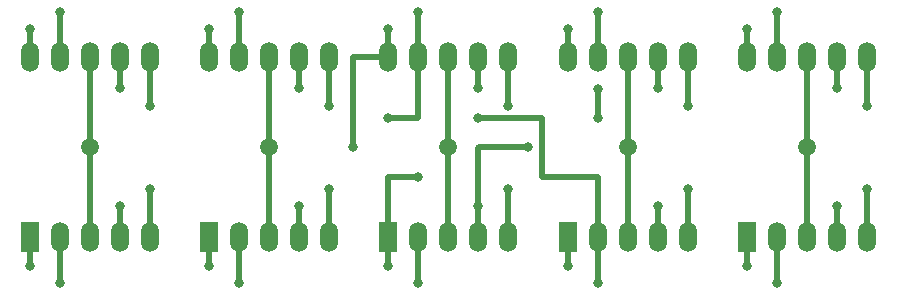
<source format=gtl>
G04 #@! TF.GenerationSoftware,KiCad,Pcbnew,(6.0.10)*
G04 #@! TF.CreationDate,2023-02-05T00:57:15+01:00*
G04 #@! TF.ProjectId,Display-Modul,44697370-6c61-4792-9d4d-6f64756c2e6b,rev?*
G04 #@! TF.SameCoordinates,Original*
G04 #@! TF.FileFunction,Copper,L1,Top*
G04 #@! TF.FilePolarity,Positive*
%FSLAX46Y46*%
G04 Gerber Fmt 4.6, Leading zero omitted, Abs format (unit mm)*
G04 Created by KiCad (PCBNEW (6.0.10)) date 2023-02-05 00:57:15*
%MOMM*%
%LPD*%
G01*
G04 APERTURE LIST*
G04 #@! TA.AperFunction,ComponentPad*
%ADD10R,1.524000X2.524000*%
G04 #@! TD*
G04 #@! TA.AperFunction,ComponentPad*
%ADD11O,1.524000X2.524000*%
G04 #@! TD*
G04 #@! TA.AperFunction,ViaPad*
%ADD12C,0.800000*%
G04 #@! TD*
G04 #@! TA.AperFunction,ViaPad*
%ADD13C,1.500000*%
G04 #@! TD*
G04 #@! TA.AperFunction,Conductor*
%ADD14C,0.500000*%
G04 #@! TD*
G04 APERTURE END LIST*
D10*
X93990000Y-50120000D03*
D11*
X96530000Y-50120000D03*
X99070000Y-50120000D03*
X101610000Y-50120000D03*
X104150000Y-50120000D03*
X104150000Y-34880000D03*
X101610000Y-34880000D03*
X99070000Y-34880000D03*
X96530000Y-34880000D03*
X93990000Y-34880000D03*
D10*
X48510000Y-50120000D03*
D11*
X51050000Y-50120000D03*
X53590000Y-50120000D03*
X56130000Y-50120000D03*
X58670000Y-50120000D03*
X58670000Y-34880000D03*
X56130000Y-34880000D03*
X53590000Y-34880000D03*
X51050000Y-34880000D03*
X48510000Y-34880000D03*
D10*
X63670000Y-50120000D03*
D11*
X66210000Y-50120000D03*
X68750000Y-50120000D03*
X71290000Y-50120000D03*
X73830000Y-50120000D03*
X73830000Y-34880000D03*
X71290000Y-34880000D03*
X68750000Y-34880000D03*
X66210000Y-34880000D03*
X63670000Y-34880000D03*
D10*
X33350000Y-50120000D03*
D11*
X35890000Y-50120000D03*
X38430000Y-50120000D03*
X40970000Y-50120000D03*
X43510000Y-50120000D03*
X43510000Y-34880000D03*
X40970000Y-34880000D03*
X38430000Y-34880000D03*
X35890000Y-34880000D03*
X33350000Y-34880000D03*
D10*
X78830000Y-50120000D03*
D11*
X81370000Y-50120000D03*
X83910000Y-50120000D03*
X86450000Y-50120000D03*
X88990000Y-50120000D03*
X88990000Y-34880000D03*
X86450000Y-34880000D03*
X83910000Y-34880000D03*
X81370000Y-34880000D03*
X78830000Y-34880000D03*
D12*
X78830000Y-52500000D03*
X33350000Y-52500000D03*
X63670000Y-52500000D03*
X48510000Y-52500000D03*
X66210000Y-45000000D03*
X93990000Y-52500000D03*
X35890000Y-54000000D03*
X66210000Y-54000000D03*
X71290000Y-40000000D03*
X51050000Y-54000000D03*
X96530000Y-54000000D03*
X81370000Y-54000000D03*
D13*
X38430000Y-42500000D03*
D12*
X86450000Y-47500000D03*
X75500000Y-42500000D03*
X101610000Y-47500000D03*
X56130000Y-47500000D03*
X40970000Y-47500000D03*
X71290000Y-47500000D03*
X43510000Y-46000000D03*
X58670000Y-46000000D03*
X104150000Y-46000000D03*
X88990000Y-46000000D03*
X73830000Y-46000000D03*
X88990000Y-39000000D03*
X104150000Y-39000000D03*
X43510000Y-39000000D03*
X73830000Y-39000000D03*
X58670000Y-39000000D03*
X40970000Y-37500000D03*
X56130000Y-37500000D03*
X71290000Y-37500000D03*
X81370000Y-40000000D03*
X101610000Y-37500000D03*
X81370000Y-37530000D03*
X86450000Y-37500000D03*
X63670000Y-40000000D03*
X96530000Y-31000000D03*
X35890000Y-31000000D03*
X66210000Y-31000000D03*
X51050000Y-31000000D03*
X81370000Y-31000000D03*
X78830000Y-32500000D03*
X48510000Y-32500000D03*
X33350000Y-32500000D03*
X63670000Y-32500000D03*
X93990000Y-32500000D03*
X60670000Y-42500000D03*
D13*
X53590000Y-42500000D03*
X68750000Y-42500000D03*
X83910000Y-42500000D03*
X99070000Y-42500000D03*
D14*
X93990000Y-50120000D02*
X93990000Y-52500000D01*
X63670000Y-50120000D02*
X63670000Y-52500000D01*
X66210000Y-45000000D02*
X63670000Y-45000000D01*
X63670000Y-50120000D02*
X63670000Y-45000000D01*
X33350000Y-50120000D02*
X33350000Y-52500000D01*
X78830000Y-50120000D02*
X78830000Y-52500000D01*
X48510000Y-50120000D02*
X48510000Y-52500000D01*
X81370000Y-50120000D02*
X81370000Y-45000000D01*
X76700000Y-40000000D02*
X76700000Y-45000000D01*
X51050000Y-50120000D02*
X51050000Y-54000000D01*
X76700000Y-45000000D02*
X81370000Y-45000000D01*
X96530000Y-50120000D02*
X96530000Y-54000000D01*
X71290000Y-40000000D02*
X76700000Y-40000000D01*
X66210000Y-50120000D02*
X66210000Y-54000000D01*
X35890000Y-50120000D02*
X35890000Y-54000000D01*
X81370000Y-50120000D02*
X81370000Y-54000000D01*
X38430000Y-42570000D02*
X38430000Y-50120000D01*
X38430000Y-34880000D02*
X38430000Y-42570000D01*
X71290000Y-47500000D02*
X71290000Y-42510000D01*
X86450000Y-50120000D02*
X86450000Y-47500000D01*
X56130000Y-50120000D02*
X56130000Y-47500000D01*
X101610000Y-50120000D02*
X101610000Y-47500000D01*
X40970000Y-50120000D02*
X40970000Y-47500000D01*
X71300000Y-42500000D02*
X75500000Y-42500000D01*
X71290000Y-50120000D02*
X71290000Y-47500000D01*
X71290000Y-42510000D02*
X71300000Y-42500000D01*
X104150000Y-50120000D02*
X104150000Y-46000000D01*
X58670000Y-50120000D02*
X58670000Y-46000000D01*
X73830000Y-50120000D02*
X73830000Y-46000000D01*
X88990000Y-50120000D02*
X88990000Y-46000000D01*
X43510000Y-50120000D02*
X43510000Y-46000000D01*
X43510000Y-34880000D02*
X43510000Y-39000000D01*
X73830000Y-34880000D02*
X73830000Y-39000000D01*
X58670000Y-34880000D02*
X58670000Y-39000000D01*
X88990000Y-34880000D02*
X88990000Y-39000000D01*
X104150000Y-34880000D02*
X104150000Y-39000000D01*
X71290000Y-34880000D02*
X71290000Y-37500000D01*
X56130000Y-34880000D02*
X56130000Y-37500000D01*
X81370000Y-40000000D02*
X81370000Y-37530000D01*
X40970000Y-34880000D02*
X40970000Y-37500000D01*
X86450000Y-34880000D02*
X86450000Y-37500000D01*
X101610000Y-34880000D02*
X101610000Y-37500000D01*
X66210000Y-34880000D02*
X66210000Y-31000000D01*
X66210000Y-34880000D02*
X66210000Y-40000000D01*
X81370000Y-34880000D02*
X81370000Y-31000000D01*
X51050000Y-34880000D02*
X51050000Y-31000000D01*
X63670000Y-40000000D02*
X66210000Y-40000000D01*
X96530000Y-34880000D02*
X96530000Y-31000000D01*
X35890000Y-34880000D02*
X35890000Y-31000000D01*
X63670000Y-34880000D02*
X60670000Y-34880000D01*
X78830000Y-34880000D02*
X78830000Y-32500000D01*
X33350000Y-34880000D02*
X33350000Y-32500000D01*
X48510000Y-34880000D02*
X48510000Y-32500000D01*
X63670000Y-34880000D02*
X63670000Y-32500000D01*
X93990000Y-32500000D02*
X93990000Y-34880000D01*
X60670000Y-42500000D02*
X60670000Y-34880000D01*
X53590000Y-42410000D02*
X53590000Y-50120000D01*
X53590000Y-34880000D02*
X53590000Y-42410000D01*
X68750000Y-42500000D02*
X68750000Y-50120000D01*
X68750000Y-34880000D02*
X68750000Y-42500000D01*
X83910000Y-34880000D02*
X83910000Y-42590000D01*
X83910000Y-42590000D02*
X83910000Y-50120000D01*
X99070000Y-34880000D02*
X99070000Y-42430000D01*
X99070000Y-42430000D02*
X99070000Y-50120000D01*
M02*

</source>
